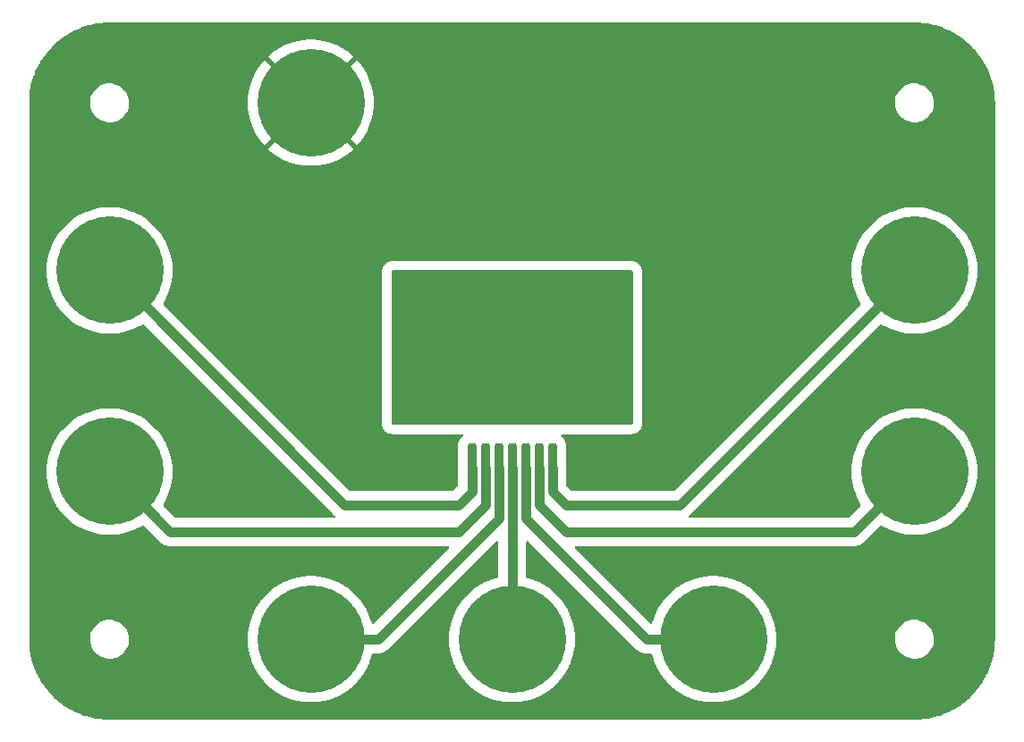
<source format=gbr>
%TF.GenerationSoftware,KiCad,Pcbnew,7.0.9*%
%TF.CreationDate,2023-11-14T16:17:36-06:00*%
%TF.ProjectId,to263-prototype,746f3236-332d-4707-926f-746f74797065,rev?*%
%TF.SameCoordinates,Original*%
%TF.FileFunction,Copper,L1,Top*%
%TF.FilePolarity,Positive*%
%FSLAX46Y46*%
G04 Gerber Fmt 4.6, Leading zero omitted, Abs format (unit mm)*
G04 Created by KiCad (PCBNEW 7.0.9) date 2023-11-14 16:17:36*
%MOMM*%
%LPD*%
G01*
G04 APERTURE LIST*
G04 Aperture macros list*
%AMRoundRect*
0 Rectangle with rounded corners*
0 $1 Rounding radius*
0 $2 $3 $4 $5 $6 $7 $8 $9 X,Y pos of 4 corners*
0 Add a 4 corners polygon primitive as box body*
4,1,4,$2,$3,$4,$5,$6,$7,$8,$9,$2,$3,0*
0 Add four circle primitives for the rounded corners*
1,1,$1+$1,$2,$3*
1,1,$1+$1,$4,$5*
1,1,$1+$1,$6,$7*
1,1,$1+$1,$8,$9*
0 Add four rect primitives between the rounded corners*
20,1,$1+$1,$2,$3,$4,$5,0*
20,1,$1+$1,$4,$5,$6,$7,0*
20,1,$1+$1,$6,$7,$8,$9,0*
20,1,$1+$1,$8,$9,$2,$3,0*%
G04 Aperture macros list end*
%TA.AperFunction,ComponentPad*%
%ADD10C,10.160000*%
%TD*%
%TA.AperFunction,SMDPad,CuDef*%
%ADD11RoundRect,0.200000X0.200000X-2.100000X0.200000X2.100000X-0.200000X2.100000X-0.200000X-2.100000X0*%
%TD*%
%TA.AperFunction,SMDPad,CuDef*%
%ADD12RoundRect,0.250000X2.375000X-2.025000X2.375000X2.025000X-2.375000X2.025000X-2.375000X-2.025000X0*%
%TD*%
%TA.AperFunction,SMDPad,CuDef*%
%ADD13RoundRect,0.250002X5.149998X-4.449998X5.149998X4.449998X-5.149998X4.449998X-5.149998X-4.449998X0*%
%TD*%
%TA.AperFunction,ViaPad*%
%ADD14C,0.800000*%
%TD*%
%TA.AperFunction,Conductor*%
%ADD15C,0.889000*%
%TD*%
G04 APERTURE END LIST*
D10*
%TO.P,J8,1,Pin_1*%
%TO.N,GND*%
X69850000Y-50800000D03*
%TD*%
%TO.P,J4,1,Pin_1*%
%TO.N,Net-(J4-Pin_1)*%
X88900000Y-101600000D03*
%TD*%
%TO.P,J1,1,Pin_1*%
%TO.N,Net-(J1-Pin_1)*%
X50800000Y-66675000D03*
%TD*%
%TO.P,J3,1,Pin_1*%
%TO.N,Net-(J3-Pin_1)*%
X69850000Y-101600000D03*
%TD*%
%TO.P,J6,1,Pin_1*%
%TO.N,Net-(J6-Pin_1)*%
X127000000Y-85725000D03*
%TD*%
%TO.P,J5,1,Pin_1*%
%TO.N,Net-(J5-Pin_1)*%
X107950000Y-101600000D03*
%TD*%
%TO.P,J2,1,Pin_1*%
%TO.N,Net-(J2-Pin_1)*%
X50800000Y-85725000D03*
%TD*%
%TO.P,J7,1,Pin_1*%
%TO.N,Net-(J7-Pin_1)*%
X127000000Y-66675000D03*
%TD*%
D11*
%TO.P,U1,1,Pin_1*%
%TO.N,Net-(J1-Pin_1)*%
X85090000Y-85350000D03*
%TO.P,U1,2,Pin_2*%
%TO.N,Net-(J2-Pin_1)*%
X86360000Y-85350000D03*
%TO.P,U1,3,Pin_3*%
%TO.N,Net-(J3-Pin_1)*%
X87630000Y-85350000D03*
%TO.P,U1,4,Pin_4*%
%TO.N,Net-(J4-Pin_1)*%
X88900000Y-85350000D03*
D12*
X86125000Y-78625000D03*
X91675000Y-78625000D03*
D13*
X88900000Y-76200000D03*
D12*
X86125000Y-73775000D03*
X91675000Y-73775000D03*
D11*
%TO.P,U1,5,Pin_5*%
%TO.N,Net-(J5-Pin_1)*%
X90170000Y-85350000D03*
%TO.P,U1,6,Pin_6*%
%TO.N,Net-(J6-Pin_1)*%
X91440000Y-85350000D03*
%TO.P,U1,7,Pin_7*%
%TO.N,Net-(J7-Pin_1)*%
X92710000Y-85350000D03*
%TD*%
D14*
%TO.N,Net-(J4-Pin_1)*%
X96520000Y-77470000D03*
X96520000Y-74930000D03*
X86360000Y-68580000D03*
X81280000Y-72390000D03*
X91440000Y-68580000D03*
X93980000Y-68580000D03*
X81280000Y-74930000D03*
X81280000Y-80010000D03*
X81280000Y-69850000D03*
X83820000Y-68580000D03*
X96520000Y-69850000D03*
X96520000Y-80010000D03*
X81280000Y-77470000D03*
X88900000Y-68580000D03*
X96520000Y-72390000D03*
%TD*%
D15*
%TO.N,Net-(J1-Pin_1)*%
X85090000Y-87650000D02*
X83840000Y-88900000D01*
X73025000Y-88900000D02*
X50800000Y-66675000D01*
X85090000Y-85350000D02*
X85090000Y-87650000D01*
X83840000Y-88900000D02*
X73025000Y-88900000D01*
%TO.N,Net-(J2-Pin_1)*%
X56515000Y-91440000D02*
X50800000Y-85725000D01*
X83820000Y-91440000D02*
X56515000Y-91440000D01*
X86360000Y-85350000D02*
X86360000Y-88900000D01*
X86360000Y-88900000D02*
X83820000Y-91440000D01*
%TO.N,Net-(J3-Pin_1)*%
X87630000Y-85350000D02*
X87630000Y-90170000D01*
X87630000Y-90170000D02*
X76200000Y-101600000D01*
X76200000Y-101600000D02*
X69850000Y-101600000D01*
%TO.N,Net-(J4-Pin_1)*%
X88900000Y-85350000D02*
X88900000Y-101600000D01*
%TO.N,Net-(J5-Pin_1)*%
X90170000Y-85350000D02*
X90170000Y-90170000D01*
X101600000Y-101600000D02*
X107950000Y-101600000D01*
X90170000Y-90170000D02*
X101600000Y-101600000D01*
%TO.N,Net-(J6-Pin_1)*%
X121285000Y-91440000D02*
X127000000Y-85725000D01*
X93980000Y-91440000D02*
X121285000Y-91440000D01*
X91440000Y-88900000D02*
X93980000Y-91440000D01*
X91440000Y-85350000D02*
X91440000Y-88900000D01*
%TO.N,Net-(J7-Pin_1)*%
X104775000Y-88900000D02*
X127000000Y-66675000D01*
X92710000Y-87630000D02*
X93980000Y-88900000D01*
X92710000Y-85350000D02*
X92710000Y-87630000D01*
X93980000Y-88900000D02*
X104775000Y-88900000D01*
%TD*%
%TA.AperFunction,Conductor*%
%TO.N,GND*%
G36*
X127322140Y-43191504D02*
G01*
X127522520Y-43198661D01*
X127526580Y-43198942D01*
X127814973Y-43228589D01*
X128051748Y-43254046D01*
X128055619Y-43254588D01*
X128334032Y-43302592D01*
X128575786Y-43346209D01*
X128579345Y-43346963D01*
X128841257Y-43410789D01*
X128850934Y-43413148D01*
X129092051Y-43474689D01*
X129095400Y-43475647D01*
X129360331Y-43559732D01*
X129598091Y-43638866D01*
X129601205Y-43639999D01*
X129715553Y-43685091D01*
X129858831Y-43741592D01*
X130091402Y-43837927D01*
X130094269Y-43839202D01*
X130251768Y-43914105D01*
X130343806Y-43957877D01*
X130569576Y-44070889D01*
X130572211Y-44072288D01*
X130812732Y-44207526D01*
X130898176Y-44258221D01*
X131030359Y-44336650D01*
X131032709Y-44338117D01*
X131163888Y-44424157D01*
X131263229Y-44489315D01*
X131263251Y-44489329D01*
X131472485Y-44634603D01*
X131693115Y-44801912D01*
X131891579Y-44961844D01*
X132046837Y-45097222D01*
X132100199Y-45143751D01*
X132286816Y-45317497D01*
X132482502Y-45513183D01*
X132656248Y-45699800D01*
X132708860Y-45760137D01*
X132838158Y-45908423D01*
X132947881Y-46044582D01*
X132998087Y-46106884D01*
X133165396Y-46327514D01*
X133310670Y-46536748D01*
X133461881Y-46767289D01*
X133463359Y-46769656D01*
X133592473Y-46987267D01*
X133727710Y-47227787D01*
X133729109Y-47230422D01*
X133842122Y-47456193D01*
X133960786Y-47705706D01*
X133962076Y-47708608D01*
X134058414Y-47941188D01*
X134159999Y-48198793D01*
X134161150Y-48201959D01*
X134240283Y-48439717D01*
X134324340Y-48704561D01*
X134325319Y-48707984D01*
X134386851Y-48949065D01*
X134453021Y-49220589D01*
X134453799Y-49224261D01*
X134497418Y-49466026D01*
X134545410Y-49744381D01*
X134545957Y-49748288D01*
X134571425Y-49985174D01*
X134601053Y-50273378D01*
X134601338Y-50277506D01*
X134608507Y-50478225D01*
X134619500Y-50800001D01*
X134619500Y-101599999D01*
X134608507Y-101921774D01*
X134601338Y-102122492D01*
X134601053Y-102126620D01*
X134571425Y-102414825D01*
X134545957Y-102651710D01*
X134545410Y-102655617D01*
X134497418Y-102933973D01*
X134453799Y-103175737D01*
X134453021Y-103179409D01*
X134386851Y-103450934D01*
X134325319Y-103692014D01*
X134324340Y-103695437D01*
X134240283Y-103960282D01*
X134161150Y-104198039D01*
X134160000Y-104201205D01*
X134058414Y-104458811D01*
X133962076Y-104691390D01*
X133960786Y-104694292D01*
X133842122Y-104943806D01*
X133729109Y-105169576D01*
X133727710Y-105172211D01*
X133592473Y-105412732D01*
X133463359Y-105630342D01*
X133461881Y-105632709D01*
X133310670Y-105863251D01*
X133165396Y-106072485D01*
X132998087Y-106293115D01*
X132838151Y-106491585D01*
X132656248Y-106700199D01*
X132482502Y-106886816D01*
X132286816Y-107082502D01*
X132100199Y-107256248D01*
X131891585Y-107438151D01*
X131693115Y-107598087D01*
X131472485Y-107765396D01*
X131263251Y-107910670D01*
X131032709Y-108061881D01*
X131030342Y-108063359D01*
X130812732Y-108192473D01*
X130572211Y-108327710D01*
X130569576Y-108329109D01*
X130343806Y-108442122D01*
X130094292Y-108560786D01*
X130091390Y-108562076D01*
X129858811Y-108658414D01*
X129601205Y-108760000D01*
X129598039Y-108761150D01*
X129360282Y-108840283D01*
X129095437Y-108924340D01*
X129092014Y-108925319D01*
X128850934Y-108986851D01*
X128579409Y-109053021D01*
X128575737Y-109053799D01*
X128333973Y-109097418D01*
X128055617Y-109145410D01*
X128051710Y-109145957D01*
X127814825Y-109171425D01*
X127526620Y-109201053D01*
X127522492Y-109201338D01*
X127321774Y-109208507D01*
X126999999Y-109219500D01*
X50800001Y-109219500D01*
X50478225Y-109208507D01*
X50277506Y-109201338D01*
X50273378Y-109201053D01*
X49985174Y-109171425D01*
X49748288Y-109145957D01*
X49744381Y-109145410D01*
X49466026Y-109097418D01*
X49224261Y-109053799D01*
X49220604Y-109053024D01*
X49119381Y-109028356D01*
X48949065Y-108986851D01*
X48707984Y-108925319D01*
X48704561Y-108924340D01*
X48439717Y-108840283D01*
X48201950Y-108761146D01*
X48198793Y-108759999D01*
X47941188Y-108658414D01*
X47708608Y-108562076D01*
X47705706Y-108560786D01*
X47456193Y-108442122D01*
X47230422Y-108329109D01*
X47227787Y-108327710D01*
X46987267Y-108192473D01*
X46769656Y-108063359D01*
X46767289Y-108061881D01*
X46536748Y-107910670D01*
X46327514Y-107765396D01*
X46106884Y-107598087D01*
X46023367Y-107530785D01*
X45908423Y-107438158D01*
X45760137Y-107308860D01*
X45699800Y-107256248D01*
X45513183Y-107082502D01*
X45317497Y-106886816D01*
X45143751Y-106700199D01*
X45066097Y-106611142D01*
X44961844Y-106491579D01*
X44801912Y-106293115D01*
X44634603Y-106072485D01*
X44489329Y-105863251D01*
X44338117Y-105632709D01*
X44336650Y-105630359D01*
X44207526Y-105412732D01*
X44072288Y-105172211D01*
X44070889Y-105169576D01*
X43957877Y-104943806D01*
X43918755Y-104861545D01*
X43839202Y-104694270D01*
X43837922Y-104691390D01*
X43741585Y-104458811D01*
X43639999Y-104201205D01*
X43638866Y-104198091D01*
X43559732Y-103960331D01*
X43475647Y-103695400D01*
X43474689Y-103692051D01*
X43413148Y-103450934D01*
X43402031Y-103405316D01*
X43346963Y-103179345D01*
X43346209Y-103175786D01*
X43302586Y-102933999D01*
X43254588Y-102655617D01*
X43254046Y-102651748D01*
X43228574Y-102414825D01*
X43198942Y-102126580D01*
X43198661Y-102122520D01*
X43191492Y-101921774D01*
X43182815Y-101667763D01*
X48945787Y-101667763D01*
X48975413Y-101937013D01*
X48975415Y-101937024D01*
X49024982Y-102126620D01*
X49043928Y-102199088D01*
X49149870Y-102448390D01*
X49258147Y-102625808D01*
X49290979Y-102679605D01*
X49290986Y-102679615D01*
X49464253Y-102887819D01*
X49464259Y-102887824D01*
X49515765Y-102933973D01*
X49665998Y-103068582D01*
X49891910Y-103218044D01*
X50137176Y-103333020D01*
X50137183Y-103333022D01*
X50137185Y-103333023D01*
X50396557Y-103411057D01*
X50396564Y-103411058D01*
X50396569Y-103411060D01*
X50664561Y-103450500D01*
X50664566Y-103450500D01*
X50867636Y-103450500D01*
X50919133Y-103446730D01*
X51070156Y-103435677D01*
X51206451Y-103405316D01*
X51334546Y-103376782D01*
X51334548Y-103376781D01*
X51334553Y-103376780D01*
X51587558Y-103280014D01*
X51823777Y-103147441D01*
X52038177Y-102981888D01*
X52226186Y-102786881D01*
X52383799Y-102566579D01*
X52479850Y-102379759D01*
X52507649Y-102325690D01*
X52507651Y-102325684D01*
X52507656Y-102325675D01*
X52595118Y-102069305D01*
X52644319Y-101802933D01*
X52654212Y-101532235D01*
X52624586Y-101262982D01*
X52556072Y-101000912D01*
X52450130Y-100751610D01*
X52309018Y-100520390D01*
X52219747Y-100413119D01*
X52135746Y-100312180D01*
X52135740Y-100312175D01*
X51934002Y-100131418D01*
X51708092Y-99981957D01*
X51708090Y-99981956D01*
X51462824Y-99866980D01*
X51462819Y-99866978D01*
X51462814Y-99866976D01*
X51203442Y-99788942D01*
X51203428Y-99788939D01*
X51087791Y-99771921D01*
X50935439Y-99749500D01*
X50732369Y-99749500D01*
X50732364Y-99749500D01*
X50529844Y-99764323D01*
X50529831Y-99764325D01*
X50265453Y-99823217D01*
X50265446Y-99823220D01*
X50012439Y-99919987D01*
X49776226Y-100052557D01*
X49561822Y-100218112D01*
X49373822Y-100413109D01*
X49373816Y-100413116D01*
X49216202Y-100633419D01*
X49216199Y-100633424D01*
X49092350Y-100874309D01*
X49092343Y-100874327D01*
X49004884Y-101130685D01*
X49004881Y-101130699D01*
X48955681Y-101397068D01*
X48955680Y-101397075D01*
X48945787Y-101667763D01*
X43182815Y-101667763D01*
X43180500Y-101600000D01*
X43180500Y-101599500D01*
X43180500Y-85725001D01*
X44825655Y-85725001D01*
X44845028Y-86205734D01*
X44903021Y-86683355D01*
X44903021Y-86683354D01*
X44972989Y-87026077D01*
X44999259Y-87154754D01*
X45133116Y-87616884D01*
X45133119Y-87616893D01*
X45303730Y-88066756D01*
X45416400Y-88304202D01*
X45509980Y-88501417D01*
X45731121Y-88884444D01*
X45750548Y-88918091D01*
X45783773Y-88966225D01*
X46023853Y-89314042D01*
X46328139Y-89686724D01*
X46328142Y-89686727D01*
X46661427Y-90033713D01*
X47021553Y-90352757D01*
X47406188Y-90641792D01*
X47812830Y-90898937D01*
X47812831Y-90898937D01*
X48238853Y-91122530D01*
X48566128Y-91261968D01*
X48681468Y-91311110D01*
X48681470Y-91311110D01*
X48681478Y-91311114D01*
X48863002Y-91371715D01*
X49137833Y-91463467D01*
X49137836Y-91463467D01*
X49137836Y-91463468D01*
X49604976Y-91578607D01*
X50079870Y-91655785D01*
X50079871Y-91655785D01*
X50559435Y-91694500D01*
X50559437Y-91694500D01*
X51040565Y-91694500D01*
X51520129Y-91655785D01*
X51520130Y-91655785D01*
X51995024Y-91578607D01*
X52462164Y-91463468D01*
X52462164Y-91463467D01*
X52462167Y-91463467D01*
X52736997Y-91371715D01*
X52918522Y-91311114D01*
X52918529Y-91311110D01*
X52918532Y-91311110D01*
X53033872Y-91261968D01*
X53361147Y-91122530D01*
X53787169Y-90898937D01*
X53787168Y-90898937D01*
X53787173Y-90898935D01*
X53887255Y-90835646D01*
X53954434Y-90816453D01*
X54021328Y-90836628D01*
X54041208Y-90852769D01*
X55489193Y-92300754D01*
X55654246Y-92465807D01*
X55684381Y-92486908D01*
X55699916Y-92497786D01*
X55704208Y-92501079D01*
X55746927Y-92536924D01*
X55795236Y-92564815D01*
X55799770Y-92567704D01*
X55845452Y-92599691D01*
X55895990Y-92623256D01*
X55900766Y-92625743D01*
X55900784Y-92625753D01*
X55949063Y-92653628D01*
X55949067Y-92653630D01*
X55949074Y-92653634D01*
X56001483Y-92672708D01*
X56006463Y-92674772D01*
X56057000Y-92698338D01*
X56057001Y-92698338D01*
X56057002Y-92698339D01*
X56110855Y-92712768D01*
X56116013Y-92714395D01*
X56159354Y-92730169D01*
X56168417Y-92733468D01*
X56223341Y-92743151D01*
X56228604Y-92744319D01*
X56236480Y-92746429D01*
X56282468Y-92758752D01*
X56338047Y-92763613D01*
X56343353Y-92764312D01*
X56398290Y-92774000D01*
X56456753Y-92774000D01*
X82840077Y-92774000D01*
X82907116Y-92793685D01*
X82952871Y-92846489D01*
X82962815Y-92915647D01*
X82933790Y-92979203D01*
X82927758Y-92985681D01*
X75819902Y-100093535D01*
X75758579Y-100127020D01*
X75688887Y-100122036D01*
X75632954Y-100080164D01*
X75613117Y-100040353D01*
X75516884Y-99708116D01*
X75346275Y-99258256D01*
X75346272Y-99258251D01*
X75346270Y-99258244D01*
X75233599Y-99020797D01*
X75140020Y-98823583D01*
X74899457Y-98406917D01*
X74899454Y-98406913D01*
X74899452Y-98406909D01*
X74811359Y-98279285D01*
X74626147Y-98010958D01*
X74321861Y-97638276D01*
X73988574Y-97291288D01*
X73628447Y-96972243D01*
X73243815Y-96683210D01*
X72837173Y-96426065D01*
X72837170Y-96426063D01*
X72837169Y-96426063D01*
X72411147Y-96202470D01*
X72083872Y-96063031D01*
X71968532Y-96013890D01*
X71968529Y-96013889D01*
X71968522Y-96013886D01*
X71786997Y-95953284D01*
X71512167Y-95861533D01*
X71512164Y-95861532D01*
X71045024Y-95746393D01*
X70570130Y-95669215D01*
X70570129Y-95669215D01*
X70090565Y-95630500D01*
X70090563Y-95630500D01*
X69609437Y-95630500D01*
X69609435Y-95630500D01*
X69129871Y-95669215D01*
X69129870Y-95669215D01*
X68654976Y-95746393D01*
X68187836Y-95861532D01*
X68187833Y-95861533D01*
X67913002Y-95953284D01*
X67731478Y-96013886D01*
X67731470Y-96013889D01*
X67731468Y-96013890D01*
X67616128Y-96063031D01*
X67288853Y-96202470D01*
X66862832Y-96426063D01*
X66862831Y-96426063D01*
X66862828Y-96426065D01*
X66456185Y-96683210D01*
X66071553Y-96972243D01*
X65711426Y-97291288D01*
X65378139Y-97638276D01*
X65073853Y-98010958D01*
X64888640Y-98279285D01*
X64800548Y-98406909D01*
X64800545Y-98406913D01*
X64800543Y-98406917D01*
X64559980Y-98823583D01*
X64466400Y-99020797D01*
X64353730Y-99258244D01*
X64353727Y-99258251D01*
X64353725Y-99258256D01*
X64183116Y-99708116D01*
X64049260Y-100170241D01*
X63953021Y-100641645D01*
X63953021Y-100641646D01*
X63953021Y-100641648D01*
X63895028Y-101119265D01*
X63875655Y-101600000D01*
X63895028Y-102080735D01*
X63909398Y-102199082D01*
X63953021Y-102558355D01*
X63953021Y-102558354D01*
X64033729Y-102953685D01*
X64049259Y-103029754D01*
X64183116Y-103491884D01*
X64340418Y-103906657D01*
X64353730Y-103941756D01*
X64362521Y-103960282D01*
X64559980Y-104376417D01*
X64741830Y-104691390D01*
X64800548Y-104793091D01*
X64856940Y-104874788D01*
X65073853Y-105189042D01*
X65378139Y-105561724D01*
X65711426Y-105908712D01*
X66071553Y-106227757D01*
X66422643Y-106491585D01*
X66456188Y-106516792D01*
X66862830Y-106773937D01*
X66862831Y-106773937D01*
X67277649Y-106991650D01*
X67288853Y-106997530D01*
X67488291Y-107082502D01*
X67731468Y-107186110D01*
X67731470Y-107186110D01*
X67731478Y-107186114D01*
X67913002Y-107246715D01*
X68187833Y-107338467D01*
X68187836Y-107338467D01*
X68187836Y-107338468D01*
X68654976Y-107453607D01*
X69129870Y-107530785D01*
X69129871Y-107530785D01*
X69609435Y-107569500D01*
X69609437Y-107569500D01*
X70090565Y-107569500D01*
X70570129Y-107530785D01*
X70570130Y-107530785D01*
X71045024Y-107453607D01*
X71512164Y-107338468D01*
X71512164Y-107338467D01*
X71512167Y-107338467D01*
X71786997Y-107246715D01*
X71968522Y-107186114D01*
X71968529Y-107186110D01*
X71968532Y-107186110D01*
X72211709Y-107082502D01*
X72411147Y-106997530D01*
X72422351Y-106991650D01*
X72837169Y-106773937D01*
X72837170Y-106773937D01*
X73243812Y-106516792D01*
X73277357Y-106491585D01*
X73628447Y-106227757D01*
X73988574Y-105908712D01*
X74321861Y-105561724D01*
X74626147Y-105189042D01*
X74843060Y-104874788D01*
X74899452Y-104793091D01*
X74958170Y-104691390D01*
X75140020Y-104376417D01*
X75337479Y-103960282D01*
X75346270Y-103941756D01*
X75359582Y-103906657D01*
X75516884Y-103491884D01*
X75650741Y-103029754D01*
X75650742Y-103029748D01*
X75651094Y-103028323D01*
X75686251Y-102967943D01*
X75748471Y-102936155D01*
X75771490Y-102934000D01*
X76316707Y-102934000D01*
X76316710Y-102934000D01*
X76371645Y-102924313D01*
X76376966Y-102923613D01*
X76432532Y-102918752D01*
X76486416Y-102904313D01*
X76491653Y-102903152D01*
X76546583Y-102893467D01*
X76567018Y-102886029D01*
X76598977Y-102874397D01*
X76604134Y-102872771D01*
X76657998Y-102858339D01*
X76708536Y-102834771D01*
X76713526Y-102832705D01*
X76765927Y-102813634D01*
X76814232Y-102785744D01*
X76819006Y-102783258D01*
X76869548Y-102759691D01*
X76915226Y-102727706D01*
X76919772Y-102724809D01*
X76968074Y-102696923D01*
X77010811Y-102661060D01*
X77015068Y-102657795D01*
X77060754Y-102625807D01*
X77225807Y-102460754D01*
X87354319Y-92332242D01*
X87415642Y-92298757D01*
X87485334Y-92303741D01*
X87541267Y-92345613D01*
X87565684Y-92411077D01*
X87566000Y-92419923D01*
X87566000Y-95683499D01*
X87546315Y-95750538D01*
X87493511Y-95796293D01*
X87471675Y-95803896D01*
X87237836Y-95861532D01*
X87237833Y-95861533D01*
X86963002Y-95953284D01*
X86781478Y-96013886D01*
X86781470Y-96013889D01*
X86781468Y-96013890D01*
X86666128Y-96063031D01*
X86338853Y-96202470D01*
X85912832Y-96426063D01*
X85912831Y-96426063D01*
X85912828Y-96426065D01*
X85506185Y-96683210D01*
X85121553Y-96972243D01*
X84761426Y-97291288D01*
X84428139Y-97638276D01*
X84123853Y-98010958D01*
X83938640Y-98279285D01*
X83850548Y-98406909D01*
X83850545Y-98406913D01*
X83850543Y-98406917D01*
X83609980Y-98823583D01*
X83516400Y-99020797D01*
X83403730Y-99258244D01*
X83403727Y-99258251D01*
X83403725Y-99258256D01*
X83233116Y-99708116D01*
X83099260Y-100170241D01*
X83003021Y-100641645D01*
X83003021Y-100641646D01*
X83003021Y-100641648D01*
X82945028Y-101119265D01*
X82925655Y-101600000D01*
X82945028Y-102080735D01*
X82959398Y-102199082D01*
X83003021Y-102558355D01*
X83003021Y-102558354D01*
X83083729Y-102953685D01*
X83099259Y-103029754D01*
X83233116Y-103491884D01*
X83390418Y-103906657D01*
X83403730Y-103941756D01*
X83412521Y-103960282D01*
X83609980Y-104376417D01*
X83791830Y-104691390D01*
X83850548Y-104793091D01*
X83906940Y-104874788D01*
X84123853Y-105189042D01*
X84428139Y-105561724D01*
X84761426Y-105908712D01*
X85121553Y-106227757D01*
X85472643Y-106491585D01*
X85506188Y-106516792D01*
X85912830Y-106773937D01*
X85912831Y-106773937D01*
X86327649Y-106991650D01*
X86338853Y-106997530D01*
X86538291Y-107082502D01*
X86781468Y-107186110D01*
X86781470Y-107186110D01*
X86781478Y-107186114D01*
X86963002Y-107246715D01*
X87237833Y-107338467D01*
X87237836Y-107338467D01*
X87237836Y-107338468D01*
X87704976Y-107453607D01*
X88179870Y-107530785D01*
X88179871Y-107530785D01*
X88659435Y-107569500D01*
X88659437Y-107569500D01*
X89140565Y-107569500D01*
X89620129Y-107530785D01*
X89620130Y-107530785D01*
X90095024Y-107453607D01*
X90562164Y-107338468D01*
X90562164Y-107338467D01*
X90562167Y-107338467D01*
X90836997Y-107246715D01*
X91018522Y-107186114D01*
X91018529Y-107186110D01*
X91018532Y-107186110D01*
X91261709Y-107082502D01*
X91461147Y-106997530D01*
X91472351Y-106991650D01*
X91887169Y-106773937D01*
X91887170Y-106773937D01*
X92293812Y-106516792D01*
X92327357Y-106491585D01*
X92678447Y-106227757D01*
X93038574Y-105908712D01*
X93371861Y-105561724D01*
X93676147Y-105189042D01*
X93893060Y-104874788D01*
X93949452Y-104793091D01*
X94008170Y-104691390D01*
X94190020Y-104376417D01*
X94387479Y-103960282D01*
X94396270Y-103941756D01*
X94409582Y-103906657D01*
X94566884Y-103491884D01*
X94700741Y-103029754D01*
X94716271Y-102953685D01*
X94796979Y-102558354D01*
X94796979Y-102558355D01*
X94840602Y-102199082D01*
X94854972Y-102080735D01*
X94874345Y-101600000D01*
X94854972Y-101119265D01*
X94796979Y-100641648D01*
X94796979Y-100641646D01*
X94796978Y-100641645D01*
X94700740Y-100170241D01*
X94566884Y-99708116D01*
X94396275Y-99258256D01*
X94396272Y-99258251D01*
X94396270Y-99258244D01*
X94283599Y-99020797D01*
X94190020Y-98823583D01*
X93949457Y-98406917D01*
X93949454Y-98406913D01*
X93949452Y-98406909D01*
X93861359Y-98279285D01*
X93676147Y-98010958D01*
X93371861Y-97638276D01*
X93038574Y-97291288D01*
X92678447Y-96972243D01*
X92293815Y-96683210D01*
X91887173Y-96426065D01*
X91887170Y-96426063D01*
X91887169Y-96426063D01*
X91461147Y-96202470D01*
X91133872Y-96063031D01*
X91018532Y-96013890D01*
X91018529Y-96013889D01*
X91018522Y-96013886D01*
X90836997Y-95953284D01*
X90562167Y-95861533D01*
X90562164Y-95861532D01*
X90328325Y-95803896D01*
X90267944Y-95768739D01*
X90236156Y-95706520D01*
X90234000Y-95683499D01*
X90234000Y-92419923D01*
X90253685Y-92352884D01*
X90306489Y-92307129D01*
X90375647Y-92297185D01*
X90439203Y-92326210D01*
X90445681Y-92332242D01*
X100574193Y-102460754D01*
X100739246Y-102625807D01*
X100784936Y-102657799D01*
X100789199Y-102661070D01*
X100820674Y-102687481D01*
X100831922Y-102696920D01*
X100831929Y-102696925D01*
X100880211Y-102724801D01*
X100884775Y-102727708D01*
X100930447Y-102759688D01*
X100930449Y-102759689D01*
X100930452Y-102759691D01*
X100980979Y-102783252D01*
X100985772Y-102785748D01*
X101016186Y-102803306D01*
X101034073Y-102813634D01*
X101064695Y-102824779D01*
X101086472Y-102832705D01*
X101091473Y-102834777D01*
X101114362Y-102845450D01*
X101142002Y-102858339D01*
X101142006Y-102858340D01*
X101142004Y-102858340D01*
X101188965Y-102870922D01*
X101195857Y-102872769D01*
X101195865Y-102872771D01*
X101201027Y-102874399D01*
X101220988Y-102881663D01*
X101253417Y-102893467D01*
X101308342Y-102903151D01*
X101313590Y-102904315D01*
X101367468Y-102918752D01*
X101417666Y-102923143D01*
X101423017Y-102923612D01*
X101428376Y-102924317D01*
X101483290Y-102934000D01*
X101541753Y-102934000D01*
X102028510Y-102934000D01*
X102095549Y-102953685D01*
X102141304Y-103006489D01*
X102148906Y-103028323D01*
X102149257Y-103029748D01*
X102149259Y-103029754D01*
X102283116Y-103491884D01*
X102440418Y-103906657D01*
X102453730Y-103941756D01*
X102462521Y-103960282D01*
X102659980Y-104376417D01*
X102841830Y-104691390D01*
X102900548Y-104793091D01*
X102956940Y-104874788D01*
X103173853Y-105189042D01*
X103478139Y-105561724D01*
X103811426Y-105908712D01*
X104171553Y-106227757D01*
X104522643Y-106491585D01*
X104556188Y-106516792D01*
X104962830Y-106773937D01*
X104962831Y-106773937D01*
X105377649Y-106991650D01*
X105388853Y-106997530D01*
X105588291Y-107082502D01*
X105831468Y-107186110D01*
X105831470Y-107186110D01*
X105831478Y-107186114D01*
X106013002Y-107246715D01*
X106287833Y-107338467D01*
X106287836Y-107338467D01*
X106287836Y-107338468D01*
X106754976Y-107453607D01*
X107229870Y-107530785D01*
X107229871Y-107530785D01*
X107709435Y-107569500D01*
X107709437Y-107569500D01*
X108190565Y-107569500D01*
X108670129Y-107530785D01*
X108670130Y-107530785D01*
X109145024Y-107453607D01*
X109612164Y-107338468D01*
X109612164Y-107338467D01*
X109612167Y-107338467D01*
X109886997Y-107246715D01*
X110068522Y-107186114D01*
X110068529Y-107186110D01*
X110068532Y-107186110D01*
X110311709Y-107082502D01*
X110511147Y-106997530D01*
X110522351Y-106991650D01*
X110937169Y-106773937D01*
X110937170Y-106773937D01*
X111343812Y-106516792D01*
X111377357Y-106491585D01*
X111728447Y-106227757D01*
X112088574Y-105908712D01*
X112421861Y-105561724D01*
X112726147Y-105189042D01*
X112943060Y-104874788D01*
X112999452Y-104793091D01*
X113058170Y-104691390D01*
X113240020Y-104376417D01*
X113437479Y-103960282D01*
X113446270Y-103941756D01*
X113459582Y-103906657D01*
X113616884Y-103491884D01*
X113750741Y-103029754D01*
X113766271Y-102953685D01*
X113846979Y-102558354D01*
X113846979Y-102558355D01*
X113890602Y-102199082D01*
X113904972Y-102080735D01*
X113921614Y-101667763D01*
X125145787Y-101667763D01*
X125175413Y-101937013D01*
X125175415Y-101937024D01*
X125224982Y-102126620D01*
X125243928Y-102199088D01*
X125349870Y-102448390D01*
X125458147Y-102625808D01*
X125490979Y-102679605D01*
X125490986Y-102679615D01*
X125664253Y-102887819D01*
X125664259Y-102887824D01*
X125715765Y-102933973D01*
X125865998Y-103068582D01*
X126091910Y-103218044D01*
X126337176Y-103333020D01*
X126337183Y-103333022D01*
X126337185Y-103333023D01*
X126596557Y-103411057D01*
X126596564Y-103411058D01*
X126596569Y-103411060D01*
X126864561Y-103450500D01*
X126864566Y-103450500D01*
X127067636Y-103450500D01*
X127119133Y-103446730D01*
X127270156Y-103435677D01*
X127406451Y-103405316D01*
X127534546Y-103376782D01*
X127534548Y-103376781D01*
X127534553Y-103376780D01*
X127787558Y-103280014D01*
X128023777Y-103147441D01*
X128238177Y-102981888D01*
X128426186Y-102786881D01*
X128583799Y-102566579D01*
X128679850Y-102379759D01*
X128707649Y-102325690D01*
X128707651Y-102325684D01*
X128707656Y-102325675D01*
X128795118Y-102069305D01*
X128844319Y-101802933D01*
X128854212Y-101532235D01*
X128824586Y-101262982D01*
X128756072Y-101000912D01*
X128650130Y-100751610D01*
X128509018Y-100520390D01*
X128419747Y-100413119D01*
X128335746Y-100312180D01*
X128335740Y-100312175D01*
X128134002Y-100131418D01*
X127908092Y-99981957D01*
X127908090Y-99981956D01*
X127662824Y-99866980D01*
X127662819Y-99866978D01*
X127662814Y-99866976D01*
X127403442Y-99788942D01*
X127403428Y-99788939D01*
X127287791Y-99771921D01*
X127135439Y-99749500D01*
X126932369Y-99749500D01*
X126932364Y-99749500D01*
X126729844Y-99764323D01*
X126729831Y-99764325D01*
X126465453Y-99823217D01*
X126465446Y-99823220D01*
X126212439Y-99919987D01*
X125976226Y-100052557D01*
X125761822Y-100218112D01*
X125573822Y-100413109D01*
X125573816Y-100413116D01*
X125416202Y-100633419D01*
X125416199Y-100633424D01*
X125292350Y-100874309D01*
X125292343Y-100874327D01*
X125204884Y-101130685D01*
X125204881Y-101130699D01*
X125155681Y-101397068D01*
X125155680Y-101397075D01*
X125145787Y-101667763D01*
X113921614Y-101667763D01*
X113924345Y-101600000D01*
X113904972Y-101119265D01*
X113846979Y-100641648D01*
X113846979Y-100641646D01*
X113846978Y-100641645D01*
X113750740Y-100170241D01*
X113616884Y-99708116D01*
X113446275Y-99258256D01*
X113446272Y-99258251D01*
X113446270Y-99258244D01*
X113333599Y-99020797D01*
X113240020Y-98823583D01*
X112999457Y-98406917D01*
X112999454Y-98406913D01*
X112999452Y-98406909D01*
X112911359Y-98279285D01*
X112726147Y-98010958D01*
X112421861Y-97638276D01*
X112088574Y-97291288D01*
X111728447Y-96972243D01*
X111343815Y-96683210D01*
X110937173Y-96426065D01*
X110937170Y-96426063D01*
X110937169Y-96426063D01*
X110511147Y-96202470D01*
X110183872Y-96063031D01*
X110068532Y-96013890D01*
X110068529Y-96013889D01*
X110068522Y-96013886D01*
X109886997Y-95953284D01*
X109612167Y-95861533D01*
X109612164Y-95861532D01*
X109145024Y-95746393D01*
X108670130Y-95669215D01*
X108670129Y-95669215D01*
X108190565Y-95630500D01*
X108190563Y-95630500D01*
X107709437Y-95630500D01*
X107709435Y-95630500D01*
X107229871Y-95669215D01*
X107229870Y-95669215D01*
X106754976Y-95746393D01*
X106287836Y-95861532D01*
X106287833Y-95861533D01*
X106013002Y-95953284D01*
X105831478Y-96013886D01*
X105831470Y-96013889D01*
X105831468Y-96013890D01*
X105716128Y-96063031D01*
X105388853Y-96202470D01*
X104962832Y-96426063D01*
X104962831Y-96426063D01*
X104962828Y-96426065D01*
X104556185Y-96683210D01*
X104171553Y-96972243D01*
X103811426Y-97291288D01*
X103478139Y-97638276D01*
X103173853Y-98010958D01*
X102988640Y-98279285D01*
X102900548Y-98406909D01*
X102900545Y-98406913D01*
X102900543Y-98406917D01*
X102659980Y-98823583D01*
X102566400Y-99020797D01*
X102453730Y-99258244D01*
X102453727Y-99258251D01*
X102453725Y-99258256D01*
X102283116Y-99708116D01*
X102259705Y-99788940D01*
X102186882Y-100040354D01*
X102149323Y-100099270D01*
X102085874Y-100128527D01*
X102016680Y-100118837D01*
X101980097Y-100093536D01*
X94872242Y-92985681D01*
X94838757Y-92924358D01*
X94843741Y-92854666D01*
X94885613Y-92798733D01*
X94951077Y-92774316D01*
X94959923Y-92774000D01*
X121401707Y-92774000D01*
X121401710Y-92774000D01*
X121456645Y-92764313D01*
X121461966Y-92763613D01*
X121517532Y-92758752D01*
X121571416Y-92744313D01*
X121576653Y-92743152D01*
X121631583Y-92733467D01*
X121683977Y-92714397D01*
X121689130Y-92712772D01*
X121742998Y-92698339D01*
X121793536Y-92674771D01*
X121798526Y-92672705D01*
X121798540Y-92672700D01*
X121850927Y-92653634D01*
X121899232Y-92625744D01*
X121904006Y-92623258D01*
X121954548Y-92599691D01*
X122000226Y-92567706D01*
X122004772Y-92564809D01*
X122053074Y-92536923D01*
X122095811Y-92501060D01*
X122100068Y-92497795D01*
X122145754Y-92465807D01*
X122310807Y-92300754D01*
X123758792Y-90852767D01*
X123820113Y-90819284D01*
X123889804Y-90824268D01*
X123912741Y-90835644D01*
X123939822Y-90852769D01*
X124012830Y-90898937D01*
X124012831Y-90898937D01*
X124438853Y-91122530D01*
X124766128Y-91261968D01*
X124881468Y-91311110D01*
X124881470Y-91311110D01*
X124881478Y-91311114D01*
X125063002Y-91371715D01*
X125337833Y-91463467D01*
X125337836Y-91463467D01*
X125337836Y-91463468D01*
X125804976Y-91578607D01*
X126279870Y-91655785D01*
X126279871Y-91655785D01*
X126759435Y-91694500D01*
X126759437Y-91694500D01*
X127240565Y-91694500D01*
X127720129Y-91655785D01*
X127720130Y-91655785D01*
X128195024Y-91578607D01*
X128662164Y-91463468D01*
X128662164Y-91463467D01*
X128662167Y-91463467D01*
X128936997Y-91371715D01*
X129118522Y-91311114D01*
X129118529Y-91311110D01*
X129118532Y-91311110D01*
X129233872Y-91261968D01*
X129561147Y-91122530D01*
X129987169Y-90898937D01*
X129987170Y-90898937D01*
X130393812Y-90641792D01*
X130778447Y-90352757D01*
X131138573Y-90033713D01*
X131471858Y-89686727D01*
X131471857Y-89686727D01*
X131471861Y-89686724D01*
X131776147Y-89314042D01*
X132016227Y-88966225D01*
X132049452Y-88918091D01*
X132068879Y-88884444D01*
X132290020Y-88501417D01*
X132383599Y-88304202D01*
X132496270Y-88066756D01*
X132666881Y-87616893D01*
X132666884Y-87616884D01*
X132800741Y-87154754D01*
X132827011Y-87026077D01*
X132896979Y-86683354D01*
X132896979Y-86683355D01*
X132954972Y-86205734D01*
X132974345Y-85725001D01*
X132974345Y-85724999D01*
X132954972Y-85244266D01*
X132896979Y-84766645D01*
X132896979Y-84766646D01*
X132800740Y-84295241D01*
X132666884Y-83833116D01*
X132496275Y-83383256D01*
X132496272Y-83383251D01*
X132496270Y-83383244D01*
X132371387Y-83120061D01*
X132290020Y-82948583D01*
X132049457Y-82531917D01*
X132049454Y-82531913D01*
X132049452Y-82531909D01*
X131959224Y-82401191D01*
X131776147Y-82135958D01*
X131766891Y-82124622D01*
X131582723Y-81899057D01*
X131471861Y-81763276D01*
X131138574Y-81416288D01*
X131054695Y-81341978D01*
X130778447Y-81097243D01*
X130393812Y-80808208D01*
X129987170Y-80551063D01*
X129987169Y-80551063D01*
X129561147Y-80327470D01*
X129233872Y-80188031D01*
X129118532Y-80138890D01*
X129118529Y-80138889D01*
X129118522Y-80138886D01*
X128936997Y-80078284D01*
X128662167Y-79986533D01*
X128662164Y-79986532D01*
X128195024Y-79871393D01*
X127720130Y-79794215D01*
X127720129Y-79794215D01*
X127240565Y-79755500D01*
X127240563Y-79755500D01*
X126759437Y-79755500D01*
X126759435Y-79755500D01*
X126279871Y-79794215D01*
X126279870Y-79794215D01*
X125804976Y-79871393D01*
X125337836Y-79986532D01*
X125337833Y-79986533D01*
X125063002Y-80078284D01*
X124881478Y-80138886D01*
X124881470Y-80138889D01*
X124881468Y-80138890D01*
X124766128Y-80188031D01*
X124438853Y-80327470D01*
X124012832Y-80551063D01*
X124012831Y-80551063D01*
X123606188Y-80808208D01*
X123221553Y-81097243D01*
X122945305Y-81341978D01*
X122861426Y-81416288D01*
X122528139Y-81763276D01*
X122417277Y-81899057D01*
X122233109Y-82124622D01*
X122223853Y-82135958D01*
X122040776Y-82401191D01*
X121950548Y-82531909D01*
X121950545Y-82531913D01*
X121950543Y-82531917D01*
X121709980Y-82948583D01*
X121628613Y-83120061D01*
X121503730Y-83383244D01*
X121503727Y-83383251D01*
X121503725Y-83383256D01*
X121333116Y-83833116D01*
X121199260Y-84295241D01*
X121103021Y-84766646D01*
X121103021Y-84766645D01*
X121045028Y-85244266D01*
X121025655Y-85724999D01*
X121025655Y-85725001D01*
X121045028Y-86205734D01*
X121103021Y-86683355D01*
X121103021Y-86683354D01*
X121172989Y-87026077D01*
X121199259Y-87154754D01*
X121333116Y-87616884D01*
X121333119Y-87616893D01*
X121503730Y-88066756D01*
X121616400Y-88304202D01*
X121709980Y-88501417D01*
X121709982Y-88501420D01*
X121891918Y-88816544D01*
X121908391Y-88884444D01*
X121885538Y-88950471D01*
X121872212Y-88966225D01*
X120768758Y-90069681D01*
X120707435Y-90103166D01*
X120681077Y-90106000D01*
X105754924Y-90106000D01*
X105687885Y-90086315D01*
X105642130Y-90033511D01*
X105632186Y-89964353D01*
X105661211Y-89900797D01*
X105667242Y-89894319D01*
X105800807Y-89760754D01*
X110269808Y-85291753D01*
X123758792Y-71802767D01*
X123820113Y-71769284D01*
X123889805Y-71774268D01*
X123912741Y-71785644D01*
X123939822Y-71802769D01*
X124012830Y-71848937D01*
X124012831Y-71848937D01*
X124438853Y-72072530D01*
X124766128Y-72211968D01*
X124881468Y-72261110D01*
X124881470Y-72261110D01*
X124881478Y-72261114D01*
X125063002Y-72321715D01*
X125337833Y-72413467D01*
X125337836Y-72413467D01*
X125337836Y-72413468D01*
X125804976Y-72528607D01*
X126279870Y-72605785D01*
X126279871Y-72605785D01*
X126759435Y-72644500D01*
X126759437Y-72644500D01*
X127240565Y-72644500D01*
X127720129Y-72605785D01*
X127720130Y-72605785D01*
X128195024Y-72528607D01*
X128662164Y-72413468D01*
X128662164Y-72413467D01*
X128662167Y-72413467D01*
X128936997Y-72321715D01*
X129118522Y-72261114D01*
X129118529Y-72261110D01*
X129118532Y-72261110D01*
X129233872Y-72211968D01*
X129561147Y-72072530D01*
X129987169Y-71848937D01*
X129987170Y-71848937D01*
X130393812Y-71591792D01*
X130778447Y-71302757D01*
X131138573Y-70983713D01*
X131471858Y-70636727D01*
X131471857Y-70636727D01*
X131471861Y-70636724D01*
X131776147Y-70264042D01*
X132016227Y-69916225D01*
X132049452Y-69868091D01*
X132068879Y-69834444D01*
X132290020Y-69451417D01*
X132383599Y-69254202D01*
X132496270Y-69016756D01*
X132666881Y-68566893D01*
X132666884Y-68566884D01*
X132800741Y-68104754D01*
X132896979Y-67633354D01*
X132896979Y-67633355D01*
X132954972Y-67155734D01*
X132974345Y-66675001D01*
X132974345Y-66674999D01*
X132954972Y-66194266D01*
X132949918Y-66152646D01*
X132932621Y-66010187D01*
X132896979Y-65716645D01*
X132896979Y-65716646D01*
X132800740Y-65245241D01*
X132666884Y-64783116D01*
X132496275Y-64333256D01*
X132496272Y-64333251D01*
X132496270Y-64333244D01*
X132383599Y-64095797D01*
X132290020Y-63898583D01*
X132049457Y-63481917D01*
X132049454Y-63481913D01*
X132049452Y-63481909D01*
X131961359Y-63354285D01*
X131776147Y-63085958D01*
X131471861Y-62713276D01*
X131138574Y-62366288D01*
X130778447Y-62047243D01*
X130393815Y-61758210D01*
X129987173Y-61501065D01*
X129987170Y-61501063D01*
X129987169Y-61501063D01*
X129561147Y-61277470D01*
X129233872Y-61138031D01*
X129118532Y-61088890D01*
X129118529Y-61088889D01*
X129118522Y-61088886D01*
X128936997Y-61028284D01*
X128662167Y-60936533D01*
X128662164Y-60936532D01*
X128195024Y-60821393D01*
X127720130Y-60744215D01*
X127720129Y-60744215D01*
X127240565Y-60705500D01*
X127240563Y-60705500D01*
X126759437Y-60705500D01*
X126759435Y-60705500D01*
X126279871Y-60744215D01*
X126279870Y-60744215D01*
X125804976Y-60821393D01*
X125337836Y-60936532D01*
X125337833Y-60936533D01*
X125063002Y-61028284D01*
X124881478Y-61088886D01*
X124881470Y-61088889D01*
X124881468Y-61088890D01*
X124766128Y-61138031D01*
X124438853Y-61277470D01*
X124012832Y-61501063D01*
X124012831Y-61501063D01*
X124012828Y-61501065D01*
X123606185Y-61758210D01*
X123221553Y-62047243D01*
X122861426Y-62366288D01*
X122528139Y-62713276D01*
X122223853Y-63085958D01*
X122038640Y-63354285D01*
X121950548Y-63481909D01*
X121950545Y-63481913D01*
X121950543Y-63481917D01*
X121709980Y-63898583D01*
X121616400Y-64095797D01*
X121503730Y-64333244D01*
X121503727Y-64333251D01*
X121503725Y-64333256D01*
X121333116Y-64783116D01*
X121199260Y-65245241D01*
X121103021Y-65716646D01*
X121103021Y-65716645D01*
X121067379Y-66010187D01*
X121050082Y-66152646D01*
X121045028Y-66194266D01*
X121025655Y-66674999D01*
X121025655Y-66675001D01*
X121045028Y-67155734D01*
X121103021Y-67633355D01*
X121103021Y-67633354D01*
X121199259Y-68104754D01*
X121333116Y-68566884D01*
X121333119Y-68566893D01*
X121503730Y-69016756D01*
X121616400Y-69254202D01*
X121709980Y-69451417D01*
X121709982Y-69451420D01*
X121891918Y-69766544D01*
X121908391Y-69834444D01*
X121885538Y-69900471D01*
X121872212Y-69916225D01*
X104258758Y-87529681D01*
X104197435Y-87563166D01*
X104171077Y-87566000D01*
X94583923Y-87566000D01*
X94516884Y-87546315D01*
X94496242Y-87529681D01*
X94080319Y-87113758D01*
X94046834Y-87052435D01*
X94044000Y-87026077D01*
X94044000Y-85291753D01*
X94028752Y-85117472D01*
X94028752Y-85117468D01*
X94003724Y-85024062D01*
X93999499Y-84991969D01*
X93999499Y-83166809D01*
X93996716Y-83120075D01*
X93996716Y-83120067D01*
X93952488Y-82916753D01*
X93870581Y-82725483D01*
X93753957Y-82553171D01*
X93606829Y-82406043D01*
X93606827Y-82406042D01*
X93606822Y-82406037D01*
X93599661Y-82401191D01*
X93555175Y-82347313D01*
X93546880Y-82277938D01*
X93577408Y-82215091D01*
X93637069Y-82178725D01*
X93669163Y-82174500D01*
X100206001Y-82174500D01*
X100206010Y-82174499D01*
X100210266Y-82174490D01*
X100210283Y-82174488D01*
X100210285Y-82174488D01*
X100388005Y-82154951D01*
X100396147Y-82154056D01*
X100447658Y-82142850D01*
X100517681Y-82124622D01*
X100629808Y-82077236D01*
X100689928Y-82051830D01*
X100689930Y-82051829D01*
X100689930Y-82051828D01*
X100689932Y-82051828D01*
X100843284Y-81944812D01*
X100896088Y-81899057D01*
X100991874Y-81802355D01*
X101097427Y-81647992D01*
X101168579Y-81475056D01*
X101188264Y-81408017D01*
X101204953Y-81341977D01*
X101224500Y-81156000D01*
X101224500Y-66799000D01*
X101224490Y-66794734D01*
X101211327Y-66674999D01*
X101204058Y-66608871D01*
X101204055Y-66608849D01*
X101192850Y-66557342D01*
X101174621Y-66487317D01*
X101101830Y-66315071D01*
X101101829Y-66315069D01*
X100994812Y-66161716D01*
X100949054Y-66108909D01*
X100852353Y-66013124D01*
X100697989Y-65907571D01*
X100525062Y-65836423D01*
X100525058Y-65836421D01*
X100525056Y-65836421D01*
X100458017Y-65816736D01*
X100436315Y-65811251D01*
X100391983Y-65800048D01*
X100391978Y-65800047D01*
X100354781Y-65796137D01*
X100206000Y-65780500D01*
X77594000Y-65780500D01*
X77593999Y-65780500D01*
X77589734Y-65780510D01*
X77589714Y-65780511D01*
X77403871Y-65800941D01*
X77403849Y-65800944D01*
X77352342Y-65812150D01*
X77282317Y-65830378D01*
X77110071Y-65903169D01*
X77110069Y-65903170D01*
X76956716Y-66010187D01*
X76903909Y-66055946D01*
X76808124Y-66152646D01*
X76702571Y-66307010D01*
X76631423Y-66479937D01*
X76611736Y-66546984D01*
X76595048Y-66613016D01*
X76595047Y-66613021D01*
X76575500Y-66798999D01*
X76575500Y-81156001D01*
X76575510Y-81160265D01*
X76575511Y-81160285D01*
X76595941Y-81346128D01*
X76595944Y-81346150D01*
X76607150Y-81397658D01*
X76625378Y-81467682D01*
X76698169Y-81639928D01*
X76698170Y-81639930D01*
X76805187Y-81793283D01*
X76850946Y-81846091D01*
X76947646Y-81941875D01*
X77019027Y-81990685D01*
X77102008Y-82047427D01*
X77102009Y-82047427D01*
X77102010Y-82047428D01*
X77205114Y-82089848D01*
X77274944Y-82118579D01*
X77341983Y-82138264D01*
X77408023Y-82154953D01*
X77594000Y-82174500D01*
X84130837Y-82174500D01*
X84197876Y-82194185D01*
X84243631Y-82246989D01*
X84253575Y-82316147D01*
X84224550Y-82379703D01*
X84200339Y-82401191D01*
X84193177Y-82406037D01*
X84193168Y-82406045D01*
X84046045Y-82553168D01*
X84046041Y-82553173D01*
X83929416Y-82725487D01*
X83847512Y-82916751D01*
X83847509Y-82916762D01*
X83803284Y-83120061D01*
X83800500Y-83166808D01*
X83800500Y-84991970D01*
X83796275Y-85024062D01*
X83771250Y-85117460D01*
X83771247Y-85117473D01*
X83756000Y-85291753D01*
X83756000Y-87046077D01*
X83736315Y-87113116D01*
X83719681Y-87133758D01*
X83323758Y-87529681D01*
X83262435Y-87563166D01*
X83236077Y-87566000D01*
X73628923Y-87566000D01*
X73561884Y-87546315D01*
X73541242Y-87529681D01*
X55927786Y-69916225D01*
X55894301Y-69854902D01*
X55899285Y-69785210D01*
X55908080Y-69766544D01*
X56090018Y-69451420D01*
X56090020Y-69451417D01*
X56183599Y-69254202D01*
X56296270Y-69016756D01*
X56466881Y-68566893D01*
X56466884Y-68566884D01*
X56600741Y-68104754D01*
X56696979Y-67633354D01*
X56696979Y-67633355D01*
X56754972Y-67155734D01*
X56774345Y-66675001D01*
X56774345Y-66674999D01*
X56754972Y-66194266D01*
X56749918Y-66152646D01*
X56732621Y-66010187D01*
X56696979Y-65716645D01*
X56696979Y-65716646D01*
X56600740Y-65245241D01*
X56466884Y-64783116D01*
X56296275Y-64333256D01*
X56296272Y-64333251D01*
X56296270Y-64333244D01*
X56183599Y-64095797D01*
X56090020Y-63898583D01*
X55849457Y-63481917D01*
X55849454Y-63481913D01*
X55849452Y-63481909D01*
X55761359Y-63354285D01*
X55576147Y-63085958D01*
X55271861Y-62713276D01*
X54938574Y-62366288D01*
X54578447Y-62047243D01*
X54193815Y-61758210D01*
X53787173Y-61501065D01*
X53787170Y-61501063D01*
X53787169Y-61501063D01*
X53361147Y-61277470D01*
X53033872Y-61138031D01*
X52918532Y-61088890D01*
X52918529Y-61088889D01*
X52918522Y-61088886D01*
X52736997Y-61028284D01*
X52462167Y-60936533D01*
X52462164Y-60936532D01*
X51995024Y-60821393D01*
X51520130Y-60744215D01*
X51520129Y-60744215D01*
X51040565Y-60705500D01*
X51040563Y-60705500D01*
X50559437Y-60705500D01*
X50559435Y-60705500D01*
X50079871Y-60744215D01*
X50079870Y-60744215D01*
X49604976Y-60821393D01*
X49137836Y-60936532D01*
X49137833Y-60936533D01*
X48863002Y-61028284D01*
X48681478Y-61088886D01*
X48681470Y-61088889D01*
X48681468Y-61088890D01*
X48566128Y-61138031D01*
X48238853Y-61277470D01*
X47812832Y-61501063D01*
X47812831Y-61501063D01*
X47812828Y-61501065D01*
X47406185Y-61758210D01*
X47021553Y-62047243D01*
X46661426Y-62366288D01*
X46328139Y-62713276D01*
X46023853Y-63085958D01*
X45838640Y-63354285D01*
X45750548Y-63481909D01*
X45750545Y-63481913D01*
X45750543Y-63481917D01*
X45509980Y-63898583D01*
X45416400Y-64095797D01*
X45303730Y-64333244D01*
X45303727Y-64333251D01*
X45303725Y-64333256D01*
X45133116Y-64783116D01*
X44999260Y-65245241D01*
X44903021Y-65716646D01*
X44903021Y-65716645D01*
X44867379Y-66010187D01*
X44850082Y-66152646D01*
X44845028Y-66194266D01*
X44825655Y-66674999D01*
X44825655Y-66675001D01*
X44845028Y-67155734D01*
X44903021Y-67633355D01*
X44903021Y-67633354D01*
X44999259Y-68104754D01*
X45133116Y-68566884D01*
X45133119Y-68566893D01*
X45303730Y-69016756D01*
X45416400Y-69254202D01*
X45509980Y-69451417D01*
X45731121Y-69834444D01*
X45750548Y-69868091D01*
X45783773Y-69916225D01*
X46023853Y-70264042D01*
X46328139Y-70636724D01*
X46328142Y-70636727D01*
X46661427Y-70983713D01*
X47021553Y-71302757D01*
X47406188Y-71591792D01*
X47812830Y-71848937D01*
X47812831Y-71848937D01*
X48238853Y-72072530D01*
X48566128Y-72211968D01*
X48681468Y-72261110D01*
X48681470Y-72261110D01*
X48681478Y-72261114D01*
X48863002Y-72321715D01*
X49137833Y-72413467D01*
X49137836Y-72413467D01*
X49137836Y-72413468D01*
X49604976Y-72528607D01*
X50079870Y-72605785D01*
X50079871Y-72605785D01*
X50559435Y-72644500D01*
X50559437Y-72644500D01*
X51040565Y-72644500D01*
X51520129Y-72605785D01*
X51520130Y-72605785D01*
X51995024Y-72528607D01*
X52462164Y-72413468D01*
X52462164Y-72413467D01*
X52462167Y-72413467D01*
X52736997Y-72321715D01*
X52918522Y-72261114D01*
X52918529Y-72261110D01*
X52918532Y-72261110D01*
X53033872Y-72211968D01*
X53361147Y-72072530D01*
X53787169Y-71848937D01*
X53787168Y-71848937D01*
X53787173Y-71848935D01*
X53887255Y-71785646D01*
X53954434Y-71766453D01*
X54021328Y-71786628D01*
X54041208Y-71802769D01*
X72132758Y-89894319D01*
X72166242Y-89955642D01*
X72161258Y-90025334D01*
X72119386Y-90081267D01*
X72053922Y-90105684D01*
X72045076Y-90106000D01*
X57118923Y-90106000D01*
X57051884Y-90086315D01*
X57031242Y-90069681D01*
X55927786Y-88966225D01*
X55894301Y-88904902D01*
X55899285Y-88835210D01*
X55908080Y-88816544D01*
X56090018Y-88501420D01*
X56090020Y-88501417D01*
X56183599Y-88304202D01*
X56296270Y-88066756D01*
X56466881Y-87616893D01*
X56466884Y-87616884D01*
X56600741Y-87154754D01*
X56627011Y-87026077D01*
X56696979Y-86683354D01*
X56696979Y-86683355D01*
X56754972Y-86205734D01*
X56774345Y-85725001D01*
X56774345Y-85724999D01*
X56754972Y-85244266D01*
X56696979Y-84766645D01*
X56696979Y-84766646D01*
X56600740Y-84295241D01*
X56466884Y-83833116D01*
X56296275Y-83383256D01*
X56296272Y-83383251D01*
X56296270Y-83383244D01*
X56171387Y-83120061D01*
X56090020Y-82948583D01*
X55849457Y-82531917D01*
X55849454Y-82531913D01*
X55849452Y-82531909D01*
X55759224Y-82401191D01*
X55576147Y-82135958D01*
X55566891Y-82124622D01*
X55382723Y-81899057D01*
X55271861Y-81763276D01*
X54938574Y-81416288D01*
X54854695Y-81341978D01*
X54578447Y-81097243D01*
X54193812Y-80808208D01*
X53787170Y-80551063D01*
X53787169Y-80551063D01*
X53361147Y-80327470D01*
X53033872Y-80188031D01*
X52918532Y-80138890D01*
X52918529Y-80138889D01*
X52918522Y-80138886D01*
X52736997Y-80078284D01*
X52462167Y-79986533D01*
X52462164Y-79986532D01*
X51995024Y-79871393D01*
X51520130Y-79794215D01*
X51520129Y-79794215D01*
X51040565Y-79755500D01*
X51040563Y-79755500D01*
X50559437Y-79755500D01*
X50559435Y-79755500D01*
X50079871Y-79794215D01*
X50079870Y-79794215D01*
X49604976Y-79871393D01*
X49137836Y-79986532D01*
X49137833Y-79986533D01*
X48863002Y-80078284D01*
X48681478Y-80138886D01*
X48681470Y-80138889D01*
X48681468Y-80138890D01*
X48566128Y-80188031D01*
X48238853Y-80327470D01*
X47812832Y-80551063D01*
X47812831Y-80551063D01*
X47406188Y-80808208D01*
X47021553Y-81097243D01*
X46745305Y-81341978D01*
X46661426Y-81416288D01*
X46328139Y-81763276D01*
X46217277Y-81899057D01*
X46033109Y-82124622D01*
X46023853Y-82135958D01*
X45840776Y-82401191D01*
X45750548Y-82531909D01*
X45750545Y-82531913D01*
X45750543Y-82531917D01*
X45509980Y-82948583D01*
X45428613Y-83120061D01*
X45303730Y-83383244D01*
X45303727Y-83383251D01*
X45303725Y-83383256D01*
X45133116Y-83833116D01*
X44999260Y-84295241D01*
X44903021Y-84766646D01*
X44903021Y-84766645D01*
X44845028Y-85244266D01*
X44825655Y-85724999D01*
X44825655Y-85725001D01*
X43180500Y-85725001D01*
X43180500Y-50867763D01*
X48945787Y-50867763D01*
X48975413Y-51137013D01*
X48975415Y-51137024D01*
X49043926Y-51399082D01*
X49043928Y-51399088D01*
X49149870Y-51648390D01*
X49216932Y-51758275D01*
X49290979Y-51879605D01*
X49290986Y-51879615D01*
X49464253Y-52087819D01*
X49464259Y-52087824D01*
X49665998Y-52268582D01*
X49891910Y-52418044D01*
X50137176Y-52533020D01*
X50137183Y-52533022D01*
X50137185Y-52533023D01*
X50396557Y-52611057D01*
X50396564Y-52611058D01*
X50396569Y-52611060D01*
X50664561Y-52650500D01*
X50664566Y-52650500D01*
X50867636Y-52650500D01*
X50919133Y-52646730D01*
X51070156Y-52635677D01*
X51182758Y-52610593D01*
X51334546Y-52576782D01*
X51334548Y-52576781D01*
X51334553Y-52576780D01*
X51587558Y-52480014D01*
X51823777Y-52347441D01*
X52038177Y-52181888D01*
X52226186Y-51986881D01*
X52383799Y-51766579D01*
X52457787Y-51622669D01*
X52507649Y-51525690D01*
X52507651Y-51525684D01*
X52507656Y-51525675D01*
X52595118Y-51269305D01*
X52644319Y-51002933D01*
X52651735Y-50800000D01*
X63876155Y-50800000D01*
X63895526Y-51280694D01*
X63953515Y-51758275D01*
X63953515Y-51758274D01*
X64049745Y-52229640D01*
X64183593Y-52691735D01*
X64354186Y-53141550D01*
X64560425Y-53576187D01*
X64800970Y-53992824D01*
X64800970Y-53992823D01*
X65074256Y-54388746D01*
X65378509Y-54761388D01*
X65378510Y-54761389D01*
X65455207Y-54841238D01*
X67521458Y-52774987D01*
X67541199Y-52800588D01*
X67784298Y-53050731D01*
X67877010Y-53126541D01*
X65809034Y-55194517D01*
X66071877Y-55427376D01*
X66456478Y-55716384D01*
X66863080Y-55973504D01*
X66863081Y-55973504D01*
X67289063Y-56197076D01*
X67731655Y-56385646D01*
X68187974Y-56537986D01*
X68187975Y-56537987D01*
X68655089Y-56653119D01*
X69129931Y-56730289D01*
X69129932Y-56730289D01*
X69609457Y-56769000D01*
X70090543Y-56769000D01*
X70570068Y-56730289D01*
X70570069Y-56730289D01*
X71044911Y-56653119D01*
X71512025Y-56537987D01*
X71512026Y-56537986D01*
X71968345Y-56385646D01*
X72410937Y-56197076D01*
X72836919Y-55973504D01*
X72836920Y-55973504D01*
X73243522Y-55716384D01*
X73628123Y-55427376D01*
X73890965Y-55194518D01*
X71824302Y-53127855D01*
X72040825Y-52929132D01*
X72176317Y-52772764D01*
X74244791Y-54841238D01*
X74244792Y-54841238D01*
X74321484Y-54761395D01*
X74625744Y-54388745D01*
X74625744Y-54388746D01*
X74899030Y-53992823D01*
X74899030Y-53992824D01*
X75139575Y-53576187D01*
X75345814Y-53141550D01*
X75516407Y-52691735D01*
X75650255Y-52229640D01*
X75746485Y-51758274D01*
X75746485Y-51758275D01*
X75804474Y-51280694D01*
X75821114Y-50867763D01*
X125145787Y-50867763D01*
X125175413Y-51137013D01*
X125175415Y-51137024D01*
X125243926Y-51399082D01*
X125243928Y-51399088D01*
X125349870Y-51648390D01*
X125416932Y-51758275D01*
X125490979Y-51879605D01*
X125490986Y-51879615D01*
X125664253Y-52087819D01*
X125664259Y-52087824D01*
X125865998Y-52268582D01*
X126091910Y-52418044D01*
X126337176Y-52533020D01*
X126337183Y-52533022D01*
X126337185Y-52533023D01*
X126596557Y-52611057D01*
X126596564Y-52611058D01*
X126596569Y-52611060D01*
X126864561Y-52650500D01*
X126864566Y-52650500D01*
X127067636Y-52650500D01*
X127119133Y-52646730D01*
X127270156Y-52635677D01*
X127382758Y-52610593D01*
X127534546Y-52576782D01*
X127534548Y-52576781D01*
X127534553Y-52576780D01*
X127787558Y-52480014D01*
X128023777Y-52347441D01*
X128238177Y-52181888D01*
X128426186Y-51986881D01*
X128583799Y-51766579D01*
X128657787Y-51622669D01*
X128707649Y-51525690D01*
X128707651Y-51525684D01*
X128707656Y-51525675D01*
X128795118Y-51269305D01*
X128844319Y-51002933D01*
X128854212Y-50732235D01*
X128824586Y-50462982D01*
X128756072Y-50200912D01*
X128650130Y-49951610D01*
X128509018Y-49720390D01*
X128419747Y-49613119D01*
X128335746Y-49512180D01*
X128335740Y-49512175D01*
X128134002Y-49331418D01*
X127908092Y-49181957D01*
X127908090Y-49181956D01*
X127662824Y-49066980D01*
X127662819Y-49066978D01*
X127662814Y-49066976D01*
X127403442Y-48988942D01*
X127403428Y-48988939D01*
X127287791Y-48971921D01*
X127135439Y-48949500D01*
X126932369Y-48949500D01*
X126932364Y-48949500D01*
X126729844Y-48964323D01*
X126729831Y-48964325D01*
X126465453Y-49023217D01*
X126465446Y-49023220D01*
X126212439Y-49119987D01*
X125976226Y-49252557D01*
X125761822Y-49418112D01*
X125573822Y-49613109D01*
X125573816Y-49613116D01*
X125416202Y-49833419D01*
X125416199Y-49833424D01*
X125292350Y-50074309D01*
X125292343Y-50074327D01*
X125204884Y-50330685D01*
X125204881Y-50330699D01*
X125155681Y-50597068D01*
X125155680Y-50597075D01*
X125145787Y-50867763D01*
X75821114Y-50867763D01*
X75823845Y-50800000D01*
X75804474Y-50319306D01*
X75746485Y-49841725D01*
X75746485Y-49841726D01*
X75650255Y-49370360D01*
X75516407Y-48908265D01*
X75345814Y-48458450D01*
X75139575Y-48023813D01*
X74899030Y-47607176D01*
X74899030Y-47607177D01*
X74625744Y-47211254D01*
X74321491Y-46838612D01*
X74321490Y-46838611D01*
X74244791Y-46758760D01*
X72178540Y-48825010D01*
X72158801Y-48799412D01*
X71915702Y-48549269D01*
X71822988Y-48473457D01*
X73890965Y-46405481D01*
X73628123Y-46172624D01*
X73243522Y-45883616D01*
X72836920Y-45626496D01*
X72836919Y-45626496D01*
X72410937Y-45402924D01*
X71968345Y-45214354D01*
X71512026Y-45062014D01*
X71512025Y-45062013D01*
X71044911Y-44946881D01*
X70570069Y-44869711D01*
X70570068Y-44869711D01*
X70090543Y-44831000D01*
X69609457Y-44831000D01*
X69129932Y-44869711D01*
X69129931Y-44869711D01*
X68655089Y-44946881D01*
X68187975Y-45062013D01*
X68187974Y-45062014D01*
X67731655Y-45214354D01*
X67289063Y-45402924D01*
X66863082Y-45626496D01*
X66863081Y-45626496D01*
X66456478Y-45883616D01*
X66071869Y-46172629D01*
X65809034Y-46405480D01*
X65809033Y-46405480D01*
X67875697Y-48472144D01*
X67659175Y-48670868D01*
X67523682Y-48827235D01*
X65455207Y-46758760D01*
X65455206Y-46758760D01*
X65378510Y-46838611D01*
X65074256Y-47211254D01*
X64800970Y-47607177D01*
X64800970Y-47607176D01*
X64560425Y-48023813D01*
X64354186Y-48458450D01*
X64183593Y-48908265D01*
X64049745Y-49370360D01*
X63953515Y-49841726D01*
X63953515Y-49841725D01*
X63895526Y-50319306D01*
X63876155Y-50800000D01*
X52651735Y-50800000D01*
X52654212Y-50732235D01*
X52624586Y-50462982D01*
X52556072Y-50200912D01*
X52450130Y-49951610D01*
X52309018Y-49720390D01*
X52219747Y-49613119D01*
X52135746Y-49512180D01*
X52135740Y-49512175D01*
X51934002Y-49331418D01*
X51708092Y-49181957D01*
X51708090Y-49181956D01*
X51462824Y-49066980D01*
X51462819Y-49066978D01*
X51462814Y-49066976D01*
X51203442Y-48988942D01*
X51203428Y-48988939D01*
X51087791Y-48971921D01*
X50935439Y-48949500D01*
X50732369Y-48949500D01*
X50732364Y-48949500D01*
X50529844Y-48964323D01*
X50529831Y-48964325D01*
X50265453Y-49023217D01*
X50265446Y-49023220D01*
X50012439Y-49119987D01*
X49776226Y-49252557D01*
X49561822Y-49418112D01*
X49373822Y-49613109D01*
X49373816Y-49613116D01*
X49216202Y-49833419D01*
X49216199Y-49833424D01*
X49092350Y-50074309D01*
X49092343Y-50074327D01*
X49004884Y-50330685D01*
X49004881Y-50330699D01*
X48955681Y-50597068D01*
X48955680Y-50597075D01*
X48945787Y-50867763D01*
X43180500Y-50867763D01*
X43180500Y-50800000D01*
X43191498Y-50478044D01*
X43198662Y-50277475D01*
X43198941Y-50273423D01*
X43228583Y-49985081D01*
X43254047Y-49748242D01*
X43254588Y-49744380D01*
X43258724Y-49720394D01*
X43302600Y-49465918D01*
X43346212Y-49224199D01*
X43346960Y-49220667D01*
X43413151Y-48949050D01*
X43474694Y-48707930D01*
X43475641Y-48704617D01*
X43559725Y-48439689D01*
X43638874Y-48201885D01*
X43639999Y-48198793D01*
X43695338Y-48058464D01*
X43741592Y-47941168D01*
X43837939Y-47708568D01*
X43839188Y-47705759D01*
X43957879Y-47456187D01*
X44070907Y-47230387D01*
X44072272Y-47227815D01*
X44207530Y-46987259D01*
X44336662Y-46769619D01*
X44338101Y-46767313D01*
X44489345Y-46536724D01*
X44634588Y-46327534D01*
X44801919Y-46106875D01*
X44961840Y-45908424D01*
X45143758Y-45699792D01*
X45317483Y-45513197D01*
X45513197Y-45317483D01*
X45699784Y-45143765D01*
X45908424Y-44961840D01*
X46106875Y-44801919D01*
X46327534Y-44634588D01*
X46536724Y-44489345D01*
X46767313Y-44338101D01*
X46769619Y-44336662D01*
X46987232Y-44207545D01*
X47227815Y-44072272D01*
X47230387Y-44070907D01*
X47456167Y-43957889D01*
X47705759Y-43839188D01*
X47708568Y-43837939D01*
X47941162Y-43741595D01*
X48198808Y-43639993D01*
X48201885Y-43638874D01*
X48439689Y-43559725D01*
X48704617Y-43475641D01*
X48707930Y-43474694D01*
X48949035Y-43413155D01*
X49220667Y-43346960D01*
X49224199Y-43346212D01*
X49465918Y-43302600D01*
X49744393Y-43254586D01*
X49748242Y-43254047D01*
X49985080Y-43228584D01*
X50273423Y-43198941D01*
X50277475Y-43198662D01*
X50477678Y-43191510D01*
X50800000Y-43180500D01*
X50800500Y-43180500D01*
X126999500Y-43180500D01*
X127000000Y-43180500D01*
X127322140Y-43191504D01*
G37*
%TD.AperFunction*%
%TD*%
%TA.AperFunction,Conductor*%
%TO.N,Net-(J4-Pin_1)*%
G36*
X100273039Y-66694685D02*
G01*
X100318794Y-66747489D01*
X100330000Y-66799000D01*
X100330000Y-81156000D01*
X100310315Y-81223039D01*
X100257511Y-81268794D01*
X100206000Y-81280000D01*
X77594000Y-81280000D01*
X77526961Y-81260315D01*
X77481206Y-81207511D01*
X77470000Y-81156000D01*
X77470000Y-66799000D01*
X77489685Y-66731961D01*
X77542489Y-66686206D01*
X77594000Y-66675000D01*
X100206000Y-66675000D01*
X100273039Y-66694685D01*
G37*
%TD.AperFunction*%
%TD*%
M02*

</source>
